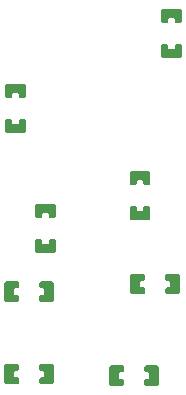
<source format=gtp>
G04 Layer: TopPasteMaskLayer*
G04 EasyEDA v6.5.51, 2025-10-07 15:43:34*
G04 065a6221327546c7852400a8f05eee82,a6cf4550276c400b965b925ba5ea59c0,10*
G04 Gerber Generator version 0.2*
G04 Scale: 100 percent, Rotated: No, Reflected: No *
G04 Dimensions in millimeters *
G04 leading zeros omitted , absolute positions ,4 integer and 5 decimal *
%FSLAX45Y45*%
%MOMM*%

%ADD10C,0.0111*%

%LPD*%
G36*
X5745327Y-6493560D02*
G01*
X5735370Y-6503568D01*
X5735370Y-6653631D01*
X5745327Y-6663639D01*
X5846114Y-6663639D01*
X5856122Y-6653631D01*
X5856122Y-6617512D01*
X5846114Y-6607505D01*
X5825032Y-6607505D01*
X5815025Y-6597497D01*
X5815025Y-6559702D01*
X5825032Y-6549694D01*
X5846114Y-6549694D01*
X5856122Y-6539687D01*
X5856122Y-6503568D01*
X5846114Y-6493560D01*
G37*
G36*
X6041085Y-6493560D02*
G01*
X6031077Y-6503568D01*
X6031077Y-6539687D01*
X6041085Y-6549694D01*
X6062167Y-6549694D01*
X6072174Y-6559702D01*
X6072174Y-6597497D01*
X6062167Y-6607505D01*
X6041085Y-6607505D01*
X6031077Y-6617512D01*
X6031077Y-6653631D01*
X6041085Y-6663639D01*
X6141872Y-6663639D01*
X6151829Y-6653631D01*
X6151829Y-6503568D01*
X6141872Y-6493560D01*
G37*
G36*
X6186068Y-3474770D02*
G01*
X6176060Y-3484727D01*
X6176060Y-3585514D01*
X6186068Y-3595522D01*
X6222187Y-3595522D01*
X6232194Y-3585514D01*
X6232194Y-3564432D01*
X6242202Y-3554425D01*
X6279997Y-3554425D01*
X6290005Y-3564432D01*
X6290005Y-3585514D01*
X6300012Y-3595522D01*
X6336131Y-3595522D01*
X6346139Y-3585514D01*
X6346139Y-3484727D01*
X6336131Y-3474770D01*
G37*
G36*
X6186068Y-3770477D02*
G01*
X6176060Y-3780485D01*
X6176060Y-3881272D01*
X6186068Y-3891229D01*
X6336131Y-3891229D01*
X6346139Y-3881272D01*
X6346139Y-3780485D01*
X6336131Y-3770477D01*
X6300012Y-3770477D01*
X6290005Y-3780485D01*
X6290005Y-3801567D01*
X6279997Y-3811574D01*
X6242202Y-3811574D01*
X6232194Y-3801567D01*
X6232194Y-3780485D01*
X6222187Y-3770477D01*
G37*
G36*
X5919368Y-4846370D02*
G01*
X5909360Y-4856327D01*
X5909360Y-4957114D01*
X5919368Y-4967122D01*
X5955487Y-4967122D01*
X5965494Y-4957114D01*
X5965494Y-4936032D01*
X5975502Y-4926025D01*
X6013297Y-4926025D01*
X6023305Y-4936032D01*
X6023305Y-4957114D01*
X6033312Y-4967122D01*
X6069431Y-4967122D01*
X6079439Y-4957114D01*
X6079439Y-4856327D01*
X6069431Y-4846370D01*
G37*
G36*
X5919368Y-5142077D02*
G01*
X5909360Y-5152085D01*
X5909360Y-5252872D01*
X5919368Y-5262829D01*
X6069431Y-5262829D01*
X6079439Y-5252872D01*
X6079439Y-5152085D01*
X6069431Y-5142077D01*
X6033312Y-5142077D01*
X6023305Y-5152085D01*
X6023305Y-5173167D01*
X6013297Y-5183174D01*
X5975502Y-5183174D01*
X5965494Y-5173167D01*
X5965494Y-5152085D01*
X5955487Y-5142077D01*
G37*
G36*
X5923127Y-5718860D02*
G01*
X5913170Y-5728868D01*
X5913170Y-5878931D01*
X5923127Y-5888939D01*
X6023914Y-5888939D01*
X6033922Y-5878931D01*
X6033922Y-5842812D01*
X6023914Y-5832805D01*
X6002832Y-5832805D01*
X5992825Y-5822797D01*
X5992825Y-5785002D01*
X6002832Y-5774994D01*
X6023914Y-5774994D01*
X6033922Y-5764987D01*
X6033922Y-5728868D01*
X6023914Y-5718860D01*
G37*
G36*
X6218885Y-5718860D02*
G01*
X6208877Y-5728868D01*
X6208877Y-5764987D01*
X6218885Y-5774994D01*
X6239967Y-5774994D01*
X6249974Y-5785002D01*
X6249974Y-5822797D01*
X6239967Y-5832805D01*
X6218885Y-5832805D01*
X6208877Y-5842812D01*
X6208877Y-5878931D01*
X6218885Y-5888939D01*
X6319672Y-5888939D01*
X6329629Y-5878931D01*
X6329629Y-5728868D01*
X6319672Y-5718860D01*
G37*
G36*
X4865268Y-4405477D02*
G01*
X4855260Y-4415485D01*
X4855260Y-4516272D01*
X4865268Y-4526229D01*
X5015331Y-4526229D01*
X5025339Y-4516272D01*
X5025339Y-4415485D01*
X5015331Y-4405477D01*
X4979212Y-4405477D01*
X4969205Y-4415485D01*
X4969205Y-4436567D01*
X4959197Y-4446574D01*
X4921402Y-4446574D01*
X4911394Y-4436567D01*
X4911394Y-4415485D01*
X4901387Y-4405477D01*
G37*
G36*
X4865268Y-4109770D02*
G01*
X4855260Y-4119727D01*
X4855260Y-4220514D01*
X4865268Y-4230522D01*
X4901387Y-4230522D01*
X4911394Y-4220514D01*
X4911394Y-4199432D01*
X4921402Y-4189425D01*
X4959197Y-4189425D01*
X4969205Y-4199432D01*
X4969205Y-4220514D01*
X4979212Y-4230522D01*
X5015331Y-4230522D01*
X5025339Y-4220514D01*
X5025339Y-4119727D01*
X5015331Y-4109770D01*
G37*
G36*
X5119268Y-5421477D02*
G01*
X5109260Y-5431485D01*
X5109260Y-5532272D01*
X5119268Y-5542229D01*
X5269331Y-5542229D01*
X5279339Y-5532272D01*
X5279339Y-5431485D01*
X5269331Y-5421477D01*
X5233212Y-5421477D01*
X5223205Y-5431485D01*
X5223205Y-5452567D01*
X5213197Y-5462574D01*
X5175402Y-5462574D01*
X5165394Y-5452567D01*
X5165394Y-5431485D01*
X5155387Y-5421477D01*
G37*
G36*
X5119268Y-5125770D02*
G01*
X5109260Y-5135727D01*
X5109260Y-5236514D01*
X5119268Y-5246522D01*
X5155387Y-5246522D01*
X5165394Y-5236514D01*
X5165394Y-5215432D01*
X5175402Y-5205425D01*
X5213197Y-5205425D01*
X5223205Y-5215432D01*
X5223205Y-5236514D01*
X5233212Y-5246522D01*
X5269331Y-5246522D01*
X5279339Y-5236514D01*
X5279339Y-5135727D01*
X5269331Y-5125770D01*
G37*
G36*
X4856327Y-5782360D02*
G01*
X4846370Y-5792368D01*
X4846370Y-5942431D01*
X4856327Y-5952439D01*
X4957114Y-5952439D01*
X4967122Y-5942431D01*
X4967122Y-5906312D01*
X4957114Y-5896305D01*
X4936032Y-5896305D01*
X4926025Y-5886297D01*
X4926025Y-5848502D01*
X4936032Y-5838494D01*
X4957114Y-5838494D01*
X4967122Y-5828487D01*
X4967122Y-5792368D01*
X4957114Y-5782360D01*
G37*
G36*
X5152085Y-5782360D02*
G01*
X5142077Y-5792368D01*
X5142077Y-5828487D01*
X5152085Y-5838494D01*
X5173167Y-5838494D01*
X5183174Y-5848502D01*
X5183174Y-5886297D01*
X5173167Y-5896305D01*
X5152085Y-5896305D01*
X5142077Y-5906312D01*
X5142077Y-5942431D01*
X5152085Y-5952439D01*
X5252872Y-5952439D01*
X5262829Y-5942431D01*
X5262829Y-5792368D01*
X5252872Y-5782360D01*
G37*
G36*
X4856327Y-6480860D02*
G01*
X4846370Y-6490868D01*
X4846370Y-6640931D01*
X4856327Y-6650939D01*
X4957114Y-6650939D01*
X4967122Y-6640931D01*
X4967122Y-6604812D01*
X4957114Y-6594805D01*
X4936032Y-6594805D01*
X4926025Y-6584797D01*
X4926025Y-6547002D01*
X4936032Y-6536994D01*
X4957114Y-6536994D01*
X4967122Y-6526987D01*
X4967122Y-6490868D01*
X4957114Y-6480860D01*
G37*
G36*
X5152085Y-6480860D02*
G01*
X5142077Y-6490868D01*
X5142077Y-6526987D01*
X5152085Y-6536994D01*
X5173167Y-6536994D01*
X5183174Y-6547002D01*
X5183174Y-6584797D01*
X5173167Y-6594805D01*
X5152085Y-6594805D01*
X5142077Y-6604812D01*
X5142077Y-6640931D01*
X5152085Y-6650939D01*
X5252872Y-6650939D01*
X5262829Y-6640931D01*
X5262829Y-6490868D01*
X5252872Y-6480860D01*
G37*
M02*

</source>
